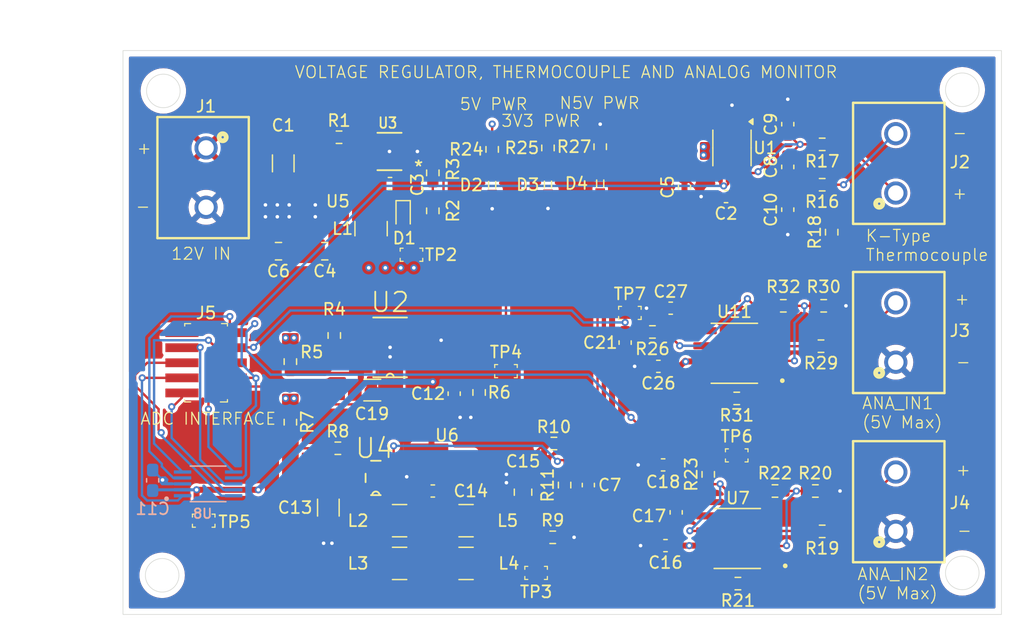
<source format=kicad_pcb>
(kicad_pcb (version 20240108) (generator "pcbnew") (generator_version "8.0")
  (layers (0 "F.Cu" signal) (1 "In1.Cu" power "GND") (2 "In2.Cu" power "POWER") (31 "B.Cu" signal) (34 "B.Paste" user) (35 "F.Paste" user) (36 "B.SilkS" user "B.Silkscreen") (37 "F.SilkS" user "F.Silkscreen") (38 "B.Mask" user) (39 "F.Mask" user) (44 "Edge.Cuts" user))
  (net 0 "")
  (net 1 "/Input_Power/BOOST")
  (net 2 "/5V")
  (net 3 "Net-(C4-Pad2)")
  (net 4 "/Input_Power/N5V_FB")
  (net 5 "/N5V")
  (net 6 "Net-(U1-+IN)")
  (net 7 "/Input_Power/V_IN")
  (net 8 "GND")
  (net 9 "Net-(U1--IN)")
  (net 10 "/3V3")
  (net 11 "Net-(U4-VIN)")
  (net 12 "Net-(U4-SW)")
  (net 13 "/Thermocouple_conditioning/IN-")
  (net 14 "/Thermocouple_conditioning/IN+")
  (net 15 "Net-(U3-SW)")
  (net 16 "Net-(U3-*SHDN)")
  (net 17 "Net-(U3-FB)")
  (net 18 "Net-(U2-~SHDN)")
  (net 21 "Net-(C14-Pad2)")
  (net 22 "/IN4")
  (net 25 "/IN3")
  (net 26 "Net-(D2-Pad2)")
  (net 27 "Net-(D3-Pad2)")
  (net 28 "Net-(D4-Pad2)")
  (net 29 "/Analog_input/IN+")
  (net 30 "/Analog_input1/IN+")
  (net 31 "/CSn")
  (net 32 "/DIN")
  (net 33 "/IN2")
  (net 34 "/IN1")
  (net 35 "/DOUT")
  (net 36 "/SCLK")
  (net 37 "Net-(U2-IN)")
  (net 38 "Net-(U4-~SHDN)")
  (net 39 "Net-(R19-Pad2)")
  (net 40 "Net-(R20-Pad2)")
  (net 41 "Net-(R21-Pad2)")
  (net 42 "/Analog_input1/OFFSET")
  (net 43 "Net-(R22-Pad2)")
  (net 44 "Net-(R26-Pad1)")
  (net 45 "Net-(R29-Pad2)")
  (net 46 "Net-(R30-Pad2)")
  (net 47 "/Analog_input/OFFSET")
  (net 48 "Net-(R31-Pad2)")
  (footprint "Capacitor_SMD:C_0603_1608Metric_Pad1.08x0.95mm_HandSolder" (layer "F.Cu") (at 116.1375 71.7 180)
    (property "Reference" "C27")
    (property "Value" "0.1uF")
  )
  (footprint "Capacitor_SMD:C_0805_2012Metric_Pad1.18x1.45mm_HandSolder" (layer "F.Cu") (at 103.7 87.2 90)
    (property "Reference" "C15")
    (property "Value" "22uF")
  )
  (footprint "Capacitor_SMD:C_1206_3216Metric" (layer "F.Cu") (at 83.5 59.5 -90)
    (property "Reference" "C1")
    (property "Value" "2.2uF")
  )
  (footprint "Resistor_SMD:R_0603_1608Metric" (layer "F.Cu") (at 88.2 57.3 180)
    (property "Reference" "R1")
    (property "Value" "1k")
  )
  (footprint "Resistor_SMD:R_0603_1608Metric" (layer "F.Cu") (at 121.7 79.3 180)
    (property "Reference" "R31")
    (property "Value" "1k")
  )
  (footprint "691137710002:691137710002" (layer "F.Cu") (at 135.1 59.5 90)
    (property "Reference" "J2")
    (property "Value" "691137710002")
    (property "VALUE" "691137710002" (hide yes))
  )
  (footprint "LT1121IS8-3.3_PBF:SOIC127P600X175-8N" (layer "F.Cu") (at 92.5 75 180)
    (property "Reference" "U2")
    (property "Value" "LT1121IS8-3.3_PBF")
  )
  (footprint "OP07CD:SOIC127P599X175-8N" (layer "F.Cu") (at 121.5 75.5 180)
    (property "Reference" "U11")
    (property "Value" "OP07CD")
  )
  (footprint "Resistor_SMD:R_0603_1608Metric" (layer "F.Cu") (at 129.7 65.3 90)
    (property "Reference" "R18")
    (property "Value" "1Meg")
  )
  (footprint "Resistor_SMD:R_0603_1608Metric" (layer "F.Cu") (at 114.6 73.7 180)
    (property "Reference" "R26")
    (property "Value" "100R")
  )
  (footprint "digikey-footprints:PinHeader_2x5_P1.27_SMD" (layer "F.Cu") (at 77 76.3 90)
    (property "Reference" "J5")
    (property "Value" "FTSH-105-01-F-DV-K")
  )
  (footprint "Capacitor_SMD:C_0603_1608Metric_Pad1.08x0.95mm_HandSolder" (layer "F.Cu") (at 97.9 78.9 -90)
    (property "Reference" "C12")
    (property "Value" "1uF")
  )
  (footprint "Inductor_SMD:L_1210_3225Metric_Pad1.42x2.65mm_HandSolder" (layer "F.Cu") (at 90.9 65 -90)
    (property "Reference" "L1")
    (property "Value" "22uH")
  )
  (footprint "Capacitor_SMD:C_0603_1608Metric_Pad1.08x0.95mm_HandSolder" (layer "F.Cu") (at 115.1 76.6 180)
    (property "Reference" "C26")
    (property "Value" "0.1uF")
  )
  (footprint "LT1931AIS5_TRMPBF:SOT95P280X100-5N" (layer "F.Cu") (at 91.3 86 180)
    (property "Reference" "U4")
    (property "Value" "LT1931AIS5_TRMPBF")
  )
  (footprint "Capacitor_SMD:C_0603_1608Metric_Pad1.08x0.95mm_HandSolder" (layer "F.Cu") (at 120.8 62.3 180)
    (property "Reference" "C2")
    (property "Value" "0.1uF")
  )
  (footprint "digikey-footprints:PROBE_PAD_0603" (layer "F.Cu") (at 102.2618 77)
    (property "Reference" "TP4")
    (property "Value" "RCU-0C")
  )
  (footprint "Resistor_SMD:R_0603_1608Metric" (layer "F.Cu") (at 84.1 81.3 -90)
    (property "Reference" "R7")
    (property "Value" "0R")
  )
  (footprint "digikey-footprints:0603" (layer "F.Cu") (at 105.8 61.3 90)
    (property "Reference" "D3")
    (property "Value" "LG_L29K-G2J1-24-Z")
  )
  (footprint "digikey-footprints:PROBE_PAD_0603" (layer "F.Cu") (at 76.8 89.6)
    (property "Reference" "TP5")
    (property "Value" "RCU-0C")
  )
  (footprint "Resistor_SMD:R_0603_1608Metric" (layer "F.Cu") (at 128.9 57.9 180)
    (property "Reference" "R17")
    (property "Value" "100R")
  )
  (footprint "Resistor_SMD:R_0603_1608Metric" (layer "F.Cu") (at 96.1 63.5 90)
    (property "Reference" "R2")
    (property "Value" "30.1k")
  )
  (footprint "Resistor_SMD:R_0603_1608Metric" (layer "F.Cu") (at 88.1 83.5)
    (property "Reference" "R8")
    (property "Value" "1k")
  )
  (footprint "Inductor_SMD:L_1210_3225Metric_Pad1.42x2.65mm_HandSolder" (layer "F.Cu") (at 93.3 89.6)
    (property "Reference" "L2")
    (property "Value" "22uH")
  )
  (footprint "digikey-footprints:PROBE_PAD_0603" (layer "F.Cu") (at 112.7 72.1)
    (property "Reference" "TP7")
    (property "Value" "RCU-0C")
  )
  (footprint "Capacitor_SMD:C_0805_2012Metric_Pad1.18x1.45mm_HandSolder" (layer "F.Cu") (at 83.1 66.9 180)
    (property "Reference" "C6")
    (property "Value" "22uF")
  )
  (footprint "OP07CD:SOIC127P599X175-8N" (layer "F.Cu") (at 121.745 91.1 180)
    (property "Reference" "U7")
    (property "Value" "OP07CD")
  )
  (footprint "digikey-footprints:0603" (layer "F.Cu") (at 110.2 61.2 90)
    (property "Reference" "D4")
    (property "Value" "LG_L29K-G2J1-24-Z")
  )
  (footprint "Resistor_SMD:R_0603_1608Metric" (layer "F.Cu") (at 105.8 58.2 -90)
    (property "Reference" "R25")
    (property "Value" "1k")
  )
  (footprint "Capacitor_SMD:C_0603_1608Metric_Pad1.08x0.95mm_HandSolder" (layer "F.Cu") (at 112.3 74.6 -90)
    (property "Reference" "C21")
    (property "Value" "0.1uF")
  )
  (footprint "Capacitor_SMD:C_0603_1608Metric_Pad1.08x0.95mm_HandSolder" (layer "F.Cu") (at 92.493 61.2 180)
    (property "Reference" "C3")
    (property "Value" "0.1uF")
  )
  (footprint "Inductor_SMD:L_1210_3225Metric_Pad1.42x2.65mm_HandSolder" (layer "F.Cu") (at 98.9 93.2)
    (property "Reference" "L4")
    (property "Value" "22uH")
  )
  (footprint "Resistor_SMD:R_0603_1608Metric" (layer "F.Cu") (at 106.3 83.1 180)
    (property "Reference" "R10")
    (property "Value" "10k")
  )
  (footprint "Diode_SMD:D_SOD-523" (layer "F.Cu") (at 93.6 63.9 -90)
    (property "Reference" "D1")
    (property "Value" "1N4148")
  )
  (footprint "MBRM140T3G:DIO_MBRM110LT1G" (layer "F.Cu") (at 97.225 84.6)
    (property "Reference" "U6")
    (property "Value" "MBRM140T3G")
  )
  (footprint "Capacitor_SMD:C_1206_3216Metric" (layer "F.Cu") (at 91 78.6)
    (property "Reference" "C19")
    (property "Value" "2.2uF")
  )
  (footprint "Package_SO:MSOP-8_3x3mm_P0.65mm" (layer "F.Cu") (at 121.3 58.2 -90)
    (property "Reference" "U1")
    (property "Value" "AD8495")
  )
  (footprint "Resistor_SMD:R_0603_1608Metric" (layer "F.Cu") (at 125.625 71.5 180)
    (property "Reference" "R32")
    (property "Value" "6.65k")
  )
  (footprint "Capacitor_SMD:C_0603_1608Metric_Pad1.08x0.95mm_HandSolder" (layer "F.Cu") (at 126 56.2 90)
    (property "Reference" "C9")
    (property "Value" "0.1uF")
  )
  (footprint "Capacitor_SMD:C_0603_1608Metric_Pad1.08x0.95mm_HandSolder" (layer "F.Cu") (at 126 59.8 90)
    (property "Reference" "C8")
    (property "Value" "0.1uF")
  )
  (footprint "Resistor_SMD:R_0603_1608Metric" (layer "F.Cu") (at 106.2 91)
    (property "Reference" "R9")
    (property "Value" "1k")
  )
  (footprint "Resistor_SMD:R_0603_1608Metric" (layer "F.Cu") (at 128.9 61.3 180)
    (property "Reference" "R16")
    (property "Value" "100R")
  )
  (footprint "Resistor_SMD:R_0603_1608Metric" (layer "F.Cu") (at 110.2 58.1 -90)
    (property "Reference" "R27")
    (property "Value" "1k")
  )
  (footprint "Resistor_SMD:R_0603_1608Metric" (layer "F.Cu") (at 119.3 85.7 90)
    (property "Reference" "R23")
    (property "Value" "100R")
  )
  (footprint "Inductor_SMD:L_1210_3225Metric_Pad1.42x2.65mm_HandSolder" (layer "F.Cu") (at 98.9 89.6)
    (property "Reference" "L5")
    (property "Value" "22uH")
  )
  (footprint "Capacitor_SMD:C_1206_3216Metric_Pad1.33x1.80mm_HandSolder" (layer "F.Cu") (at 87.3 88.5 -90)
    (property "Reference" "C13")
    (property "Value" "4.7uF")
  )
  (footprint "Resistor_SMD:R_0603_1608Metric" (layer "F.Cu") (at 124.925 87.1 180)
    (property "Reference" "R22")
    (property "Value" "6.65k")
  )
  (footprint "Resistor_SMD:R_0603_1608Metric" (layer "F.Cu") (at 107.2 86.6 90)
    (property "Reference" "R11")
    (property "Value" "30.1k")
  )
  (footprint "MBRM140T3G:DIO_MBRM110LT1G" (layer "F.Cu") (at 87.565 60.4 180)
    (property "Reference" "U5")
    (property "Value" "MBRM140T3G")
  )
  (footprint "digikey-footprints:0603" (layer "F.Cu") (at 101.1 61.325 90)
    (property "Reference" "D2")
    (property "Value" "LG_L29K-G2J1-24-Z")
  )
  (footprint "Resistor_SMD:R_0603_1608Metric" (layer "F.Cu") (at 129.025 71.5 180)
    (property "Reference" "R30")
    (property "Value" "10k")
  )
  (footprint "691137710002:691137710002" (layer "F.Cu") (at 77 60.7 -90)
    (property "Reference" "J1")
    (property "Value" "691137710002")
    (property "VALUE" "691137710002" (hide yes))
  )
  (footprint "691137710002:691137710002" (layer "F.Cu") (at 135.1 88 90)
    (property "Reference" "J4")
    (property "Value" "691137710002")
    (property "VALUE" "691137710002" (hide yes))
  )
  (footprint "Capacitor_SMD:C_0603_1608Metric_Pad1.08x0.95mm_HandSolder" (layer "F.Cu") (at 117.3 61.5 90)
    (property "Reference" "C5")
    (property "Value" "0.1uF")
  )
  (footprint "Resistor_SMD:R_0603_1608Metric" (layer "F.Cu") (at 121.8 94.9 180)
    (property "Reference" "R21")
    (property "Value" "1k")
  )
  (footprint "Capacitor_SMD:C_0603_1608Metric_Pad1.08x0.95mm_HandSolder" (layer "F.Cu") (at 115.5 84.9 180)
    (property "Reference" "C18")
    (property "Value" "0.1uF")
  )
  (footprint "digikey-footprints:PROBE_PAD_0603" (layer "F.Cu") (at 94.3 67.2)
    (property "Reference" "TP2")
    (property "Value" "RCU-0C")
  )
  (footprint "Resistor_SMD:R_0603_1608Metric" (layer "F.Cu") (at 128.8 74.9 180)
    (property "Reference" "R29")
    (property "Value" "100R")
  )
  (footprint "LT1933IS6_TRPBF:TSOT-23_S6" (layer "F.Cu") (at 92.45 58.5 180)
    (property "Reference" "U3")
    (property "Value" "LT1933IS6_TRPBF")
  )
  (footprint "Resistor_SMD:R_0603_1608Metric" (layer "F.Cu") (at 84.1 76.2 -90)
    (property "Reference" "R5")
    (property "Value" "0R")
  )
  (footprint "Capacitor_SMD:C_0603_1608Metric_Pad1.08x0.95mm_HandSolder" (layer "F.Cu") (at 116.6 88.9 -90)
    (property "Reference" "C17")
    (property "Value" "0.1uF")
  )
  (footprint "Resistor_SMD:R_0603_1608Metric" (layer "F.Cu") (at 96.1 60.3 90)
    (property "Reference" "R3")
    (property "Value" "10k")
  )
  (footprint "digikey-footprints:PROBE_PAD_0603" (layer "F.Cu") (at 121.7 84.1)
    (property "Reference" "TP6")
    (property "Value" "RCU-0C")
  )
  (footprint "Capacitor_SMD:C_0603_1608Metric_Pad1.08x0.95mm_HandSolder" (layer "F.Cu") (at 109.2 86.6 90)
    (property "Reference" "C7")
    (property "Value" "220pF")
  )
  (footprint "Capacitor_SMD:C_0603_1608Metric_Pad1.08x0.95mm_HandSolder" (layer "F.Cu") (at 96.1 87.1)
    (property "Reference" "C14")
    (property "Value" "1uF")
  )
  (footprint "691137710002:691137710002" (layer "F.Cu") (at 135.1 73.75 90)
    (property "Reference" "J3")
    (property "Value" "691137710002")
    (property "VALUE" "691137710002" (hide yes))
  )
  (footprint "Capacitor_SMD:C_0603_1608Metric_Pad1.08x0.95mm_HandSolder" (layer "F.Cu") (at 115.7 91.7 180)
    (property "Reference" "C16")
    (property "Value" "0.1uF")
  )
  (footprint "Capacitor_SMD:C_0805_2012Metric_Pad1.18x1.45mm_HandSolder" (layer "F.Cu") (at 87 66.9 180)
    (property "Reference" "C4")
    (property "Value" "22uF")
  )
  (footprint "Resistor_SMD:R_0603_1608Metric" (layer "F.Cu") (at 128.325 87.1 180)
    (property "Reference" "R20")
    (property "Value" "10k")
  )
  (footprint "Resistor_SMD:R_0603_1608Metric" (layer "F.Cu") (at 101.1 58.325 -90)
    (property "Reference" "R24")
    (property "Value" "1k")
  )
  (footprint "Resistor_SMD:R_0603_1608Metric" (layer "F.Cu") (at 87.8 74 -90)
    (property "Reference" "R4")
    (property "Value" "1k")
  )
  (footprint "Inductor_SMD:L_1210_3225Metric_Pad1.42x2.65mm_HandSolder" (layer "F.Cu") (at 93.3 93.2)
    (property "Reference" "L3")
    (property "Value" "22uH")
  )
  (footprint "Resistor_SMD:R_0603_1608Metric" (layer "F.Cu") (at 128.9 90.5 180)
    (property "Reference" "R19")
    (property "Value" "100R")
  )
  (footprint "Resistor_SMD:R_0603_1608Metric" (layer "F.Cu") (at 100 78.8 -90)
    (property "Reference" "R6")
    (property "Value" "1k")
  )
  (footprint "Capacitor_SMD:C_0603_1608Metric_Pad1.08x0.95mm_HandSolder" (layer "F.Cu") (at 126 63.4 90)
    (property "Reference" "C10")
    (property "Value" "0.1uF")
  )
  (footprint "digikey-footprints:PROBE_PAD_0603" (layer "F.Cu") (at 104.8 94)
    (property "Reference" "TP3")
    (property "Value" "RCU-0C")
  )
  (footprint "Capacitor_SMD:C_0603_1608Metric_Pad1.08x0.95mm_HandSolder" (layer "B.Cu") (at 72.5 86.2 90)
    (property "Reference" "C11")
    (property "Value" "1uF")
  )
  (footprint "ADC084S021CIMM:SOP50P490X110-10N" (layer "B.Cu") (at 77.17 86.5)
    (property "Reference" "U8")
    (property "Value" "ADC084S021CIMM")
  )
  (gr_circle (center 73.4 53.4) (end 74.4 54.4) (stroke (width 0.05)) (fill none) (layer "Edge.Cuts"))
  (gr_circle (center 140.7 53.3) (end 141.7 54.3) (stroke (width 0.05)) (fill none) (layer "Edge.Cuts"))
  (gr_rect (start 70 50) (end 144 97.5) (stroke (width 0.05)) (fill none) (layer "Edge.Cuts"))
  (gr_circle (center 73.3 94.2) (end 74.3 95.2) (stroke (width 0.05)) (fill none) (layer "Edge.Cuts"))
  (gr_circle (center 140.7 94) (end 141.7 95) (stroke (width 0.05)) (fill none) (layer "Edge.Cuts"))
  (gr_text "-" (at 139.8 57.5 0) (layer "F.SilkS") (effects (font (size 1 1) (thickness 0.1)) (justify left bottom)))
  (gr_text "ANA_IN2\n(5V Max)" (at 131.8 96.3 0) (layer "F.SilkS") (effects (font (size 1 1) (thickness 0.1)) (justify left bottom)))
  (gr_text "+" (at 140 71.5 0) (layer "F.SilkS") (effects (font (size 1 1) (thickness 0.1)) (justify left bottom)))
  (gr_text "N5V PWR\n\n" (at 106.7 56.6125 0) (layer "F.SilkS") (effects (font (size 1 1) (thickness 0.1)) (justify left bottom)))
  (gr_text "-" (at 71 63.7 0) (layer "F.SilkS") (effects (font (size 1 1) (thickness 0.1)) (justify left bottom)))
  (gr_text "+" (at 140.1 85.9 0) (layer "F.SilkS") (effects (font (size 1 1) (thickness 0.1)) (justify left bottom)))
  (gr_text "+" (at 139.8 62.6 0) (layer "F.SilkS") (effects (font (size 1 1) (thickness 0.1)) (justify left bottom)))
  (gr_text "-" (at 140.2 91 0) (layer "F.SilkS") (effects (font (size 1 1) (thickness 0.1)) (justify left bottom)))
  (gr_text "+" (at 71.1 58.8 0) (layer "F.SilkS") (effects (font (size 1 1) (thickness 0.1)) (justify left bottom)))
  (gr_text "VOLTAGE REGULATOR, THERMOCOUPLE AND ANALOG MONITOR" (at 84.4 52.4 0) (layer "F.SilkS") (effects (font (size 1 1) (thickness 0.1)) (justify left bottom)))
  (gr_text "5V PWR\n" (at 98.3 55.1 0) (layer "F.SilkS") (effects (font (size 1 1) (thickness 0.1)) (justify left bottom)))
  (gr_text "K-Type\nThermocouple" (at 132.5 67.8 0) (layer "F.SilkS") (effects (font (size 1 1) (thickness 0.1)) (justify left bottom)))
  (gr_text "3V3 PWR\n\n" (at 101.8 58.1125 0) (layer "F.SilkS") (effects (font (size 1 1) (thickness 0.1)) (justify left bottom)))
  (gr_text "-" (at 140.1 76.8 0) (layer "F.SilkS") (effects (font (size 1 1) (thickness 0.1)) (justify left bottom)))
  (gr_text "ADC INTERFACE" (at 71.4 81.6 0) (layer "F.SilkS") (effects (font (size 1 1) (thickness 0.1)) (justify left bottom)))
  (gr_text "ANA_IN1\n(5V Max)" (at 132.2 81.9 0) (layer "F.SilkS") (effects (font (size 1 1) (thickness 0.1)) (justify left bottom)))
  (gr_text "12V IN" (at 74 67.7 0) (layer "F.SilkS") (effects (font (size 1 1) (thickness 0.1)) (justify left bottom)))
  (segment (start 95.225 65.2) (end 94.8 65.2) (width 0.2) (layer "F.Cu") (net 2))
  (segment (start 101.1 57.5) (end 101.1 56.1875) (width 0.2) (layer "F.Cu") (net 2))
  (segment (start 121.625 62.2625) (end 121.6625 62.3) (width 0.2) (layer "F.Cu") (net 2))
  (segment (start 117.365 76.135) (end 116.9 76.6) (width 0.508) (layer "F.Cu") (net 2))
  (segment (start 116.5625 91.7) (end 117.7 91.7) (width 0.508) (layer "F.Cu") (net 2))
  (segment (start 121.625 60.3125) (end 121.625 62.2625) (width 0.2) (layer "F.Cu") (net 2))
  (segment (start 119.03 76.135) (end 117.4 76.2) (width 0.508) (layer "F.Cu") (net 2))
  (segment (start 96.1 64.325) (end 95.225 65.2) (width 0.2) (layer "F.Cu") (net 2))
  (segment (start 115.9625 76.6) (end 116.1 76.6) (width 0.2) (layer "F.Cu") (net 2))
  (segment (start 117.7 91.7) (end 119.24 91.7) (width 0.508) (layer "F.Cu") (net 2))
  (segment (start 116.9 76.6) (end 115.9625 76.6) (width 0.508) (layer "F.Cu") (net 2))
  (segment (start 94.8 65.2) (end 94.6 65) (width 0.2) (layer "F.Cu") (net 2))
  (segment (start 119.24 91.7) (end 119.275 91.735) (width 0.2) (layer "F.Cu") (net 2))
  (segment (start 94.6 65) (end 94.6 64.7) (width 0.2) (layer "F.Cu") (net 2))
  (segment (start 117.4 76.2) (end 117.365 76.135) (width 0.508) (layer "F.Cu") (net 2))
  (via (at 118.9 58.8) (size 0.6) (drill 0.3) (layers "F.Cu" "B.Cu") (net 2))
  (via (at 84.4 74.2) (size 0.6) (drill 0.3) (layers "F.Cu" "B.Cu") (net 2))
  (via (at 118.9 58.1) (size 0.6) (drill 0.3) (layers "F.Cu" "B.Cu") (net 2))
  (via (at 83.7 74.2) (size 0.6) (drill 0.3) (layers "F.Cu" "B.Cu") (net 2))
  (via (at 83.7 79.3) (size 0.6) (drill 0.3) (layers "F.Cu" "B.Cu") (net 2))
  (via (at 94.5 68.3) (size 0.6) (drill 0.3) (layers "F.Cu" "B.Cu") (net 2))
  (via (at 117.4 76.2) (size 0.6) (drill 0.3) (layers "F.Cu" "B.Cu") (net 2))
  (via (at 101.1 56.1875) (size 0.6) (drill 0.3) (layers "F.Cu" "B.Cu") (net 2))
  (via (at 93.4 68.3) (size 0.6) (drill 0.3) (layers "F.Cu" "B.Cu") (net 2))
  (via (at 92.1 68.3) (size 0.6) (drill 0.3) (layers "F.Cu" "B.Cu") (net 2))
  (via (at 84.4 79.3) (size 0.6) (drill 0.3) (layers "F.Cu" "B.Cu") (net 2))
  (via (at 117.7 91.7) (size 0.6) (drill 0.3) (layers "F.Cu" "B.Cu") (net 2))
  (via (at 90.7 68.3) (size 0.6) (drill 0.3) (layers "F.Cu" "B.Cu") (net 2))
  (segment (start 107.2 83.425) (end 107.2 84.5) (width 0.2) (layer "F.Cu") (net 4))
  (segment (start 107.2 84.5) (end 106.7 84.5) (width 0.2) (layer "F.Cu") (net 4))
  (segment (start 92.5192 85.0602) (end 92.8 84.7794) (width 0.2) (layer "F.Cu") (net 4))
  (segment (start 106.7 84.5) (end 106.6 84.6) (width 0.2) (layer "F.Cu") (net 4))
  (segment (start 107.2625 85.7375) (end 109.2 85.7375) (width 0.2) (layer "F.Cu") (net 4))
  (segment (start 107.2 84.5) (end 107.2 85.775) (width 0.2) (layer "F.Cu") (net 4))
  (segment (start 107.225 85.775) (end 107.2625 85.7375) (width 0.2) (layer "F.Cu") (net 4))
  (segment (start 92.8 84.7794) (end 92.8 83.3) (width 0.2) (layer "F.Cu") (net 4))
  (segment (start 107.2 85.775) (end 107.225 85.775) (width 0.2) (layer "F.Cu") (net 4))
  (via (at 106.6 84.6) (size 0.6) (drill 0.3) (layers "F.Cu" "B.Cu") (net 4))
  (via (at 92.8 83.3) (size 0.6) (drill 0.3) (layers "F.Cu" "B.Cu") (net 4))
  (segment (start 92.8 83.3) (end 105.3 83.3) (width 0.2) (layer "B.Cu") (net 4))
  (segment (start 105.3 83.3) (end 106.6 84.6) (width 0.2) (layer "B.Cu") (net 4))
  (segment (start 106.3875 88.2375) (end 107.2 87.425) (width 0.2) (layer "F.Cu") (net 5))
  (segment (start 122.075 71.7) (end 117 71.7) (width 0.508) (layer "F.Cu") (net 5))
  (segment (start 110.2 64.3) (end 109.975 64.525) (width 0.2) (layer "F.Cu") (net 5))
  (segment (start 123.97 73.595) (end 122.075 71.7) (width 0.508) (layer "F.Cu") (net 5))
  (segment (start 110.2 61.9) (end 110.1125 61.9) (width 0.2) (layer "F.Cu") (net 5))
  (segment (start 120.4 88) (end 120.3625 88.0375) (width 0.2) (layer "F.Cu") (net 5))
  (segment (start 124.215 89.195) (end 121.595 89.195) (width 0.508) (layer "F.Cu") (net 5))
  (segment (start 117 71.7) (end 116.071 70.771) (width 0.508) (layer "F.Cu") (net 5))
  (segment (start 112.5625 88.0375) (end 111.2 89.4) (width 0.508) (layer "F.Cu") (net 5))
  (segment (start 107.2 87.425) (end 109.1625 87.425) (width 0.2) (layer "F.Cu") (net 5))
  (segment (start 109.1625 87.425) (end 109.2 87.4625) (width 0.2) (layer "F.Cu") (net 5))
  (segment (start 116.071 70.771) (end 111.229 70.771) (width 0.508) (layer "F.Cu") (net 5))
  (segment (start 116.6 88.0375) (end 112.5625 88.0375) (width 0.508) (layer "F.Cu") (net 5))
  (segment (start 111.229 70.771) (end 111.2 70.8) (width 0.508) (layer "F.Cu") (net 5))
  (segment (start 111.2 70.8) (end 111.2 89.4) (width 0.508) (layer "F.Cu") (net 5))
  (segment (start 110.2 61.9) (end 110.2 64.3) (width 0.2) (layer "F.Cu") (net 5))
  (segment (start 120.3625 88.0375) (end 116.6 88.0375) (width 0.508) (layer "F.Cu") (net 5))
  (segment (start 103.7 88.2375) (end 106.3875 88.2375) (width 0.2) (layer "F.Cu") (net 5))
  (segment (start 109.975 64.525) (end 109.975 86.6875) (width 0.2) (layer "F.Cu") (net 5))
  (segment (start 111.2 89.4) (end 111.1 89.5) (width 0.2) (layer "F.Cu") (net 5))
  (segment (start 121.595 89.195) (end 120.4 88) (width 0.508) (layer "F.Cu") (net 5))
  (segment (start 109.975 86.6875) (end 109.2 87.4625) (width 0.2) (layer "F.Cu") (net 5))
  (segment (start 127.0375 57.9) (end 126 58.9375) (width 0.2) (layer "F.Cu") (net 6))
  (segment (start 126.9 57.9) (end 128.075 57.9) (width 0.2) (layer "F.Cu") (net 6))
  (segment (start 128.075 57.9) (end 127.0375 57.9) (width 0.2) (layer "F.Cu") (net 6))
  (segment (start 126 57.0625) (end 126.0625 57.0625) (width 0.2) (layer "F.Cu") (net 6))
  (segment (start 122.275 60.3125) (end 123.3875 60.3125) (width 0.2) (layer "F.Cu") (net 6))
  (segment (start 126.0625 57.0625) (end 126.9 57.9) (width 0.2) (layer "F.Cu") (net 6))
  (segment (start 123.3875 60.3125) (end 123.5 60.2) (width 0.2) (layer "F.Cu") (net 6))
  (via (at 123.5 60.2) (size 0.6) (drill 0.3) (layers "F.Cu" "B.Cu") (net 6))
  (via (at 127.0375 57.9) (size 0.6) (drill 0.3) (layers "F.Cu" "B.Cu") (net 6))
  (segment (start 127.0375 57.9) (end 125.8 57.9) (width 0.2) (layer "B.Cu") (net 6))
  (segment (start 125.8 57.9) (end 123.5 60.2) (width 0.2) (layer "B.Cu") (net 6))
  (segment (start 91.307 58.5) (end 89.9 58.5) (width 0.508) (layer "F.Cu") (net 7))
  (segment (start 87.375 57.3) (end 86.8 57.875) (width 0.2) (layer "F.Cu") (net 7))
  (segment (start 86.8 57.875) (end 86.8 58.4) (width 0.2) (layer "F.Cu") (net 7))
  (segment (start 115.275 71.7) (end 114.1 71.7) (width 0.508) (layer "F.Cu") (net 8))
  (segment (start 114.2375 76.6) (end 113.1 76.6) (width 0.508) (layer "F.Cu") (net 8))
  (segment (start 96.1 59.475) (end 96.1 58.5) (width 0.2) (layer "F.Cu") (net 8))
  (segment (start 101.1 63.325) (end 101.1 62.025) (width 0.2) (layer "F.Cu") (net 8))
  (segment (start 126.625 66.125) (end 126 65.5) (width 0.2) (layer "F.Cu") (net 8))
  (segment (start 126 55.3375) (end 126 54.1) (width 0.2) (layer "F.Cu") (net 8))
  (segment (start 115.5375 89.7625) (end 113.6 91.7) (width 0.2) (layer "F.Cu") (net 8))
  (segment (start 112.3 75.4625) (end 112.3 75.8) (width 0.2) (layer "F.Cu") (net 8))
  (segment (start 105.5 83.1) (end 103.7 84.9) (width 0.2) (layer "F.Cu") (net 8))
  (segment (start 81.825 66.9) (end 74.965 73.76) (width 0.2) (layer "F.Cu") (net 8))
  (segment (start 112.3 75.8) (end 113.1 76.6) (width 0.2) (layer "F.Cu") (net 8))
  (segment (start 105.8 63.3) (end 105.8 62) (width 0.2) (layer "F.Cu") (net 8))
  (segment (start 114.8375 91.7) (end 113.6 91.7) (width 0.508) (layer "F.Cu") (net 8))
  (segment (start 105.475 83.1) (end 105.5 83.1) (width 0.2) (layer "F.Cu") (net 8))
  (segment (start 129.7 66.125) (end 126.625 66.125) (width 0.2) (layer "F.Cu") (net 8))
  (segment (start 107.025 91) (end 108 91) (width 0.2) (layer "F.Cu") (net 8))
  (segment (start 116.6 89.7625) (end 115.5375 89.7625) (width 0.2) (layer "F.Cu") (net 8))
  (segment (start 82.0625 66.9) (end 81.825 66.9) (width 0.2) (layer "F.Cu") (net 8))
  (segment (start 118.6375 62.3625) (end 118.7 62.3) (width 0.2) (layer "F.Cu") (net 8))
  (segment (start 117.3 60.6375) (end 118.7 62.0375) (width 0.2) (layer "F.Cu") (net 8))
  (segment (start 118.7 62.0375) (end 118.7 62.3) (width 0.2) (layer "F.Cu") (net 8))
  (segment (start 103.7 84.9) (end 103.7 86.1625) (width 0.2) (layer "F.Cu") (net 8))
  (segment (start 113.4 84.9) (end 114.6375 84.9) (width 0.2) (layer "F.Cu") (net 8))
  (segment (start 114.8375 91.7) (end 114.7 91.7) (width 0.2) (layer "F.Cu") (net 8))
  (segment (start 110.2 56.2) (end 110.2 57.275) (width 0.2) (layer "F.Cu") (net 8))
  (segment (start 129.85 71.5) (end 130.9 71.5) (width 0.2) (layer "F.Cu") (net 8))
  (segment (start 117.3 62.3625) (end 118.6375 62.3625) (width 0.2) (layer "F.Cu") (net 8))
  (segment (start 130.4 87.1) (end 129.15 87.1) (width 0.2) (layer "F.Cu") (net 8))
  (segment (start 118.7 62.3) (end 119.9375 62.3) (width 0.2) (layer "F.Cu") (net 8))
  (segment (start 126 65.5) (end 126 64.2625) (width 0.2) (layer "F.Cu") (net 8))
  (via (at 93.9 85.9) (size 0.6) (drill 0.3) (layers "F.Cu" "B.Cu") (net 8))
  (via (at 113.6 91.7) (size 0.6) (drill 0.3) (layers "F.Cu" "B.Cu") (net 8))
  (via (at 86.2 63) (size 0.6) (drill 0.3) (layers "F.Cu" "B.Cu") (net 8))
  (via (at 113.4 84.9) (size 0.6) (drill 0.3) (layers "F.Cu" "B.Cu") (net 8))
  (via (at 108 91) (size 0.6) (drill 0.3) (layers "F.Cu" "B.Cu") (net 8))
  (via (at 98.4 80.9) (size 0.6) (drill 0.3) (layers "F.Cu" "B.Cu") (net 8))
  (via (at 82 64) (size 0.6) (drill 0.3) (layers "F.Cu" "B.Cu") (net 8))
  (via (at 99.3 80.9) (size 0.6) (drill 0.3) (layers "F.Cu" "B.Cu") (net 8))
  (via (at 82 63) (size 0.6) (drill 0.3) (layers "F.Cu" "B.Cu") (net 8))
  (via (at 102.3 86.4) (size 0.6) (drill 0.3) (layers "F.Cu" "B.Cu") (net 8))
  (via (at 113.1 76.6) (size 0.6) (drill 0.3) (layers "F.Cu" "B.Cu") (net 8))
  (via (at 86.2 64) (size 0.6) (drill 0.3) (layers "F.Cu" "B.Cu") (net 8))
  (via (at 114.1 71.7) (size 0.6) (drill 0.3) (layers "F.Cu" "B.Cu") (net 8))
  (via (at 126 54.1) (size 0.6) (drill 0.3) (layers "F.Cu" "B.Cu") (net 8))
  (via (at 96.8 74.4) (size 0.6) (drill 0.3) (layers "F.Cu" "B.Cu") (net 8))
  (via (at 94.8 58.5) (size 0.6) (drill 0.3) (layers "F.Cu" "B.Cu") (net 8))
  (via (at 92.45 58.5) (size 0.6) (drill 0.3) (layers "F.Cu" "B.Cu") (net 8))
  (via (at 130.9 71.5) (size 0.6) (drill 0.3) (layers "F.Cu" "B.Cu") (net 8))
  (via (at 83 63) (size 0.6) (drill 0.3) (layers "F.Cu" "B.Cu") (net 8))
  (via (at 121.3 54.6) (size 0.6) (drill 0.3) (layers "F.Cu" "B.Cu") (net 8))
  (via (at 130.4 87.1) (size 0.6) (drill 0.3) (layers "F.Cu" "B.Cu") (net 8))
  (via (at 92.5 75) (size 0.6) (drill 0.3) (layers "F.Cu" "B.Cu") (net 8))
  (via (at 102.3 85.7) (size 0.6) (drill 0.3) (layers "F.Cu" "B.Cu") (net 8))
  (via (at 110.2 56.2) (size 0.6) (drill 0.3) (layers "F.Cu" "B.Cu") (net 8))
  (via (at 105.8 63.3) (size 0.6) (drill 0.3) (layers "F.Cu" "B.Cu") (net 8))
  (via (at 118.7 62.3) (size 0.6) (drill 0.3) (layers "F.Cu" "B.Cu") (net 8))
  (via (at 84 64) (size 0.6) (drill 0.3) (layers "F.Cu" "B.Cu") (net 8))
  (via (at 101.1 63.325) (size 0.6) (drill 0.3) (layers "F.Cu" "B.Cu") (net 8))
  (via (at 84 63) (size 0.6) (drill 0.3) (layers "F.Cu" "B.Cu") (net 8))
  (via (at 126 65.5) (size 0.6) (drill 0.3) (layers "F.Cu" "B.Cu") (net 8))
  (via (at 73.33125 86.16875) (size 0.6) (drill 0.3) (layers "F.Cu" "B.Cu") (net 8))
  (via (at 92.5 75.8) (size 0.6) (drill 0.3) (layers "F.Cu" "B.Cu") (net 8))
  (via (at 83 64) (size 0.6) (drill 0.3) (layers "F.Cu" "B.Cu") (net 8))
  (via (at 87.6 91.5) (size 0.6) (drill 0.3) (layers "F.Cu" "B.Cu") (net 8))
  (via (at 86.9 91.5) (size 0.6) (drill 0.3) (layers "F.Cu" "B.Cu") (net 8))
  (segment (start 73.33125 86.16875) (end 73.6625 86.5) (width 0.2) (layer "B.Cu") (net 8))
  (segment (start 135.1 90.5) (end 135.1 89.9) (width 0.2) (layer "B.Cu") (net 8))
  (segment (start 73.33125 86.16875) (end 72.5 85.3375) (width 0.2) (layer "B.Cu") (net 8))
  (segment (start 73.6625 86.5) (end 75.02 86.5) (width 0.2) (layer "B.Cu") (net 8))
  (segment (start 127.4375 60.6625) (end 128.075 61.3) (width 0.2) (layer "F.Cu") (net 9))
  (segment (start 122.275 56.9375) (end 122.275 56.0875) (width 0.2) (layer "F.Cu") (net 9))
  (segment (start 126 60.6625) (end 127.4375 60.6625) (width 0.2) (layer "F.Cu") (net 9))
  (segment (start 126 60.6625) (end 122.275 56.9375) (width 0.2) (layer "F.Cu") (net 9))
  (segment (start 126 60.6625) (end 126 62.5375) (width 0.2) (layer "F.Cu") (net 9))
  (segment (start 81.4 87) (end 76.2 87) (width 0.508) (layer "F.Cu") (net 10))
  (segment (start 76.2 87) (end 76.2 89) (width 0.508) (layer "F.Cu") (net 10))
  (segment (start 102.2618 68.1382) (end 102.2618 77) (width 0.2) (layer "F.Cu") (net 10))
  (segment (start 79.575 78.3) (end 85.200648 78.3) (width 0.2) (layer "F.Cu") (net 10))
  (segment (start 105.8 57.375) (end 103.9 59.275) (width 0.2) (layer "F.Cu") (net 10))
  (segment (start 76.2 89) (end 76.8 89.6) (width 0.508) (layer "F.Cu") (net 10))
  (segment (start 79.035 78.84) (end 79.575 78.3) (width 0.2) (layer "F.Cu") (net 10))
  (segment (start 103.9 59.275) (end 103.9 66.5) (width 0.2) (layer "F.Cu") (net 10))
  (segment (start 103.9 66.5) (end 102.2618 68.1382) (width 0.2) (layer "F.Cu") (net 10))
  (segment (start 85.200648 78.3) (end 86.700648 79.8) (width 0.2) (layer "F.Cu") (net 10))
  (segment (start 94.5 79.8) (end 96.1 77.9) (width 0.2) (layer "F.Cu") (net 10))
  (segment (start 96.1 77.9) (end 96.1 78.2) (width 0.2) (layer "F.Cu") (net 10))
  (segment (start 86.700648 79.8) (end 94.5 79.8) (width 0.2) (layer "F.Cu") (net 10))
  (via (at 76.2 87) (size 0.6) (drill 0.3) (layers "F.Cu" "B.Cu") (net 10))
  (via (at 96.1 77.9) (size 0.6) (drill 0.3) (layers "F.Cu" "B.Cu") (net 10))
  (via (at 81.4 87) (size 0.6) (drill 0.3) (layers "F.Cu" "B.Cu") (net 10))
  (segment (start 72.5 87.0625) (end 72.5625 87) (width 0.2) (layer "B.Cu") (net 10))
  (segment (start 82.05 86.35) (end 81.4 87) (width 0.508) (layer "B.Cu") (net 10))
  (segment (start 96.1 77.9) (end 90.5 77.9) (width 0.508) (layer "B.Cu") (net 10))
  (segment (start 75.02 87) (end 76.2 87) (width 0.254) (layer "B.Cu") (net 10))
  (segment (start 90.5 77.9) (end 82.05 86.35) (width 0.508) (layer "B.Cu") (net 10))
  (segment (start 72.5625 87) (end 75.02 87) (width 0.254) (layer "B.Cu") (net 10))
  (segment (start 84.1 83.5) (end 87.275 83.5) (width 0.2) (layer "F.Cu") (net 11))
  (segment (start 84.1 82.125) (end 84.1 83.5) (width 0.2) (layer "F.Cu") (net 11))
  (segment (start 129.725 64.45) (end 129.7 64.475) (width 0.2) (layer "F.Cu") (net 13))
  (segment (start 129.725 61.3) (end 129.725 64.45) (width 0.2) (layer "F.Cu") (net 13))
  (segment (start 129.725 61.3) (end 130.7 61.3) (width 0.2) (layer "F.Cu") (net 13))
  (via (at 130.7 61.3) (size 0.6) (drill 0.3) (layers "F.Cu" "B.Cu") (net 13))
  (segment (start 135.1 57) (end 135.15 56.95) (width 0.2) (layer "B.Cu") (net 13))
  (segment (start 135.1 57) (end 135 57.1) (width 0.2) (layer "B.Cu") (net 13))
  (segment (start 135 57.1) (end 134.9 57.1) (width 0.2) (layer "B.Cu") (net 13))
  (segment (start 134.9 57.1) (end 130.7 61.3) (width 0.2) (layer "B.Cu") (net 13))
  (segment (start 129.725 57.9) (end 131 57.9) (width 0.2) (layer "F.Cu") (net 14))
  (segment (start 131 57.9) (end 135.1 62) (width 0.2) (layer "F.Cu") (net 14))
  (segment (start 135.1 62) (end 135 62) (width 0.2) (layer "F.Cu") (net 14))
  (segment (start 129.8 58) (end 130.05 57.75) (width 0.2) (layer "F.Cu") (net 14))
  (segment (start 129.725 57.9) (end 129.725 57.925) (width 0.2) (layer "F.Cu") (net 14))
  (segment (start 129.725 57.925) (end 129.8 58) (width 0.2) (layer "F.Cu") (net 14))
  (segment (start 89.025 57.3) (end 91.057 57.3) (width 0.2) (layer "F.Cu") (net 16))
  (segment (start 91.057 57.3) (end 91.307 57.55) (width 0.2) (layer "F.Cu") (net 16))
  (segment (start 96.1 61.9) (end 96.1 61.125) (width 0.2) (layer "F.Cu") (net 17))
  (segment (start 96.1 61.9) (end 97 61.9) (width 0.2) (layer "F.Cu") (net 17))
  (segment (start 97 61.9) (end 97 58.2) (width 0.2) (layer "F.Cu") (net 17))
  (segment (start 97 58.2) (end 96.4 57.6) (width 0.2) (layer "F.Cu") (net 17))
  (segment (start 96.1 62.675) (end 96.1 61.9) (width 0.2) (layer "F.Cu") (net 17))
  (segment (start 89.9562 73.175) (end 90.0362 73.095) (width 0.2) (layer "F.Cu") (net 18))
  (segment (start 87.8 73.175) (end 89.9562 73.175) (width 0.2) (layer "F.Cu") (net 18))
  (segment (start 80.34 73.76) (end 79.035 73.76) (width 0.2) (layer "F.Cu") (net 22))
  (segment (start 116.3625 84.4625) (end 112.8 80.9) (width 0.2) (layer "F.Cu") (net 22))
  (segment (start 119.3 84.875) (end 120.925 84.875) (width 0.2) (layer "F.Cu") (net 22))
  (segment (start 120.925 84.875) (end 121.7 84.1) (width 0.2) (layer "F.Cu") (net 22))
  (segment (start 116.3625 84.9) (end 119.275 84.9) (width 0.2) (layer "F.Cu") (net 22))
  (segment (start 116.3625 84.9) (end 116.3625 84.4625) (width 0.2) (layer "F.Cu") (net 22))
  (segment (start 79 73.725) (end 79.035 73.76) (width 0.2) (layer "F.Cu") (net 22))
  (segment (start 79 72.4) (end 79 73.725) (width 0.2) (layer "F.Cu") (net 22))
  (segment (start 81.1 73) (end 80.34 73.76) (width 0.2) (layer "F.Cu") (net 22))
  (segment (start 119.275 84.9) (end 119.3 84.875) (width 0.2) (layer "F.Cu") (net 22))
  (via (at 112.8 80.9) (size 0.6) (drill 0.3) (layers "F.Cu" "B.Cu") (net 22))
  (via (at 81.1 73) (size 0.6) (drill 0.3) (layers "F.Cu" "B.Cu") (net 22))
  (via (at 79 72.4) (size 0.6) (drill 0.3) (layers "F.Cu" "B.Cu") (net 22))
  (segment (start 81.1 73) (end 80.4 73.7) (width 0.2) (layer "B.Cu") (net 22))
  (segment (start 112.8 80.9) (end 109.25 77.35) (width 0.2) (layer "B.Cu") (net 22))
  (segment (start 73.275 84.808278) (end 72.220134 83.753412) (width 0.2) (layer "B.Cu") (net 22))
  (segment (start 75.02 86) (end 74.240268 86) (width 0.2) (layer "B.Cu") (net 22))
  (segment (start 74.240268 86) (end 73.275 85.034732) (width 0.2) (layer "B.Cu") (net 22))
  (segment (start 72.220134 74.234315) (end 74.054449 72.4) (width 0.2) (layer "B.Cu") (net 22))
  (segment (start 82.451471 77.3) (end 109.2 77.3) (width 0.2) (layer "B.Cu") (net 22))
  (segment (start 109.2 77.3) (end 112.8 80.9) (width 0.2) (layer "B.Cu") (net 22))
  (segment (start 72.220134 83.753412) (end 72.220134 74.234315) (width 0.2) (layer "B.Cu") (net 22))
  (segment (start 73.275 85.034732) (end 73.275 84.808278) (width 0.2) (layer "B.Cu") (net 22))
  (segment (start 80.4 75.248529) (end 82.451471 77.3) (width 0.2) (layer "B.Cu") (net 22))
  (segment (start 74.054449 72.4) (end 79 72.4) (width 0.2) (layer "B.Cu") (net 22))
  (segment (start 80.4 73.7) (end 80.4 75.248529) (width 0.2) (layer "B.Cu") (net 22))
  (segment (start 112.3 73.7375) (end 112.3 72.9) (width 0.2) (layer "F.Cu") (net 25))
  (segment (start 112.3 72.9) (end 112.3 72.5) (width 0.2) (layer "F.Cu") (net 25))
  (segment (start 79.065 75) (end 79.035 75.03) (width 0.2) (layer "F.Cu") (net 25))
  (segment (start 77.83 75.03) (end 79.035 75.03) (width 0.2) (layer "F.Cu") (net 25))
  (segment (start 81 75) (end 79.065 75) (width 0.2) (layer "F.Cu") (net 25))
  (segment (start 113.7375 73.7375) (end 113.775 73.7) (width 0.2) (layer "F.Cu") (net 25))
  (segment (start 112.3 72.5) (end 112.7 72.1) (width 0.2) (layer "F.Cu") (net 25))
  (segment (start 77.2 74.4) (end 77.83 75.03) (width 0.2) (layer "F.Cu") (net 25))
  (segment (start 112.3 73.7375) (end 113.7375 73.7375) (width 0.2) (layer "F.Cu") (net 25))
  (via (at 112.3 72.9) (size 0.6) (drill 0.3) (layers "F.Cu" "B.Cu") (net 25))
  (via (at 77.2 74.4) (size 0.6) (drill 0.3) (layers "F.Cu" "B.Cu") (net 25))
  (via (at 81 75) (size 0.6) (drill 0.3) (layers "F.Cu" "B.Cu") (net 25))
  (segment (start 72.620134 83.100134) (end 72.620134 74.4) (width 0.2) (layer "B.Cu") (net 25))
  (segment (start 84.1 71.9) (end 81 75) (width 0.2) (layer "B.Cu") (net 25))
  (segment (start 112.3 72.9) (end 108.8 72.9) (width 0.2) (layer "B.Cu") (net 25))
  (segment (start 72.620134 74.4) (end 77.2 74.4) (width 0.2) (layer "B.Cu") (net 25))
  (segment (start 107.8 71.9) (end 84.1 71.9) (width 0.2) (layer "B.Cu") (net 25))
  (segment (start 108.8 72.9) (end 107.8 71.9) (width 0.2) (layer "B.Cu") (net 25))
  (segment (start 75.02 85.5) (end 72.620134 83.100134) (width 0.2) (layer "B.Cu") (net 25))
  (segment (start 101.1 59.15) (end 101.1 60.625) (width 0.2) (layer "F.Cu") (net 26))
  (segment (start 105.8 60.6) (end 105.8 59.025) (width 0.2) (layer "F.Cu") (net 27))
  (segment (start 110.2 60.5) (end 110.2 58.925) (width 0.2) (layer "F.Cu") (net 28))
  (segment (start 131.45 74.9) (end 129.625 74.9) (width 0.2) (layer "F.Cu") (net 29))
  (segment (start 135.1 71.25) (end 131.45 74.9) (width 0.2) (layer "F.Cu") (net 29))
  (segment (start 129.725 90.5) (end 130.1 90.5) (width 0.2) (layer "F.Cu") (net 30))
  (segment (start 130.1 90.5) (end 135.1 85.5) (width 0.2) (layer "F.Cu") (net 30))
  (segment (start 71.620134 77.57) (end 74.965 77.57) (width 0.2) (layer "F.Cu") (net 31))
  (via (at 71.620134 77.57) (size 0.6) (drill 0.3) (layers "F.Cu" "B.Cu") (net 31))
  (segment (start 74.62 87.9) (end 75.02 87.5) (width 0.2) (layer "B.Cu") (net 31))
  (segment (start 72.033278 87.9) (end 74.62 87.9) (width 0.2) (layer "B.Cu") (net 31))
  (segment (start 71.620134 77.57) (end 71.6 77.590134) (width 0.2) (layer "B.Cu") (net 31))
  (segment (start 71.6 77.590134) (end 71.6 87.466722) (width 0.2) (layer "B.Cu") (net 31))
  (segment (start 71.6 87.466722) (end 72.033278 87.9) (width 0.2) (layer "B.Cu") (net 31))
  (via (at 76.5 75) (size 0.6) (drill 0.3) (layers "F.Cu" "B.Cu") (net 32))
  (segment (start 78.540268 86.5) (end 76.5 84.459732) (width 0.2) (layer "B.Cu") (net 32))
  (segment (start 76.5 84.459732) (end 76.5 75) (width 0.2) (layer "B.Cu") (net 32))
  (segment (start 79.32 86.5) (end 78.540268 86.5) (width 0.2) (layer "B.Cu") (net 32))
  (segment (start 77.2 77.04) (end 77.94 76.3) (width 0.2) (layer "F.Cu") (net 33))
  (segment (start 77.2 80.2) (end 77.2 77.04) (width 0.2) (layer "F.Cu") (net 33))
  (segment (start 77.94 76.3) (end 79.035 76.3) (width 0.2) (layer "F.Cu") (net 33))
  (via (at 77.2 80.2) (size 0.6) (drill 0.3) (layers "F.Cu" "B.Cu") (net 33))
  (segment (start 77.2 83.38) (end 77.2 80.2) (width 0.2) (layer "B.Cu") (net 33))
  (segment (start 79.32 85.5) (end 77.2 83.38) (width 0.2) (layer "B.Cu") (net 33))
  (segment (start 120.325 60.3125) (end 120.325 61.225) (width 0.2) (layer "F.Cu") (net 34))
  (segment (start 120.8 61.4) (end 120.975 61.225) (width 0.2) (layer "F.Cu") (net 34))
  (segment (start 120.5 61.4) (end 120.8 61.4) (width 0.2) (layer "F.Cu") (net 34))
  (segment (start 120.325 61.225) (end 120.5 61.4) (width 0.2) (layer "F.Cu") (net 34))
  (segment (start 120.975 61.225) (end 120.975 60.3125) (width 0.2) (layer "F.Cu") (net 34))
  (segment (start 79.035 77.57) (end 81.17 77.57) (width 0.2) (layer "F.Cu") (net 34))
  (segment (start 81.17 77.57) (end 81.2 77.6) (width 0.2) (layer "F.Cu") (net 34))
  (via (at 81.2 77.6) (size 0.6) (drill 0.3) (layers "F.Cu" "B.Cu") (net 34))
  (via (at 120.6 61.4) (size 0.6) (drill 0.3) (layers "F.Cu" "B.Cu") (net 34))
  (segment (start 81.2 77.6) (end 81.2 79.91) (width 0.2) (layer "B.Cu") (net 34))
  (segment (start 80.355 80.755) (end 80.355 85.744732) (width 0.2) (layer "B.Cu") (net 34))
  (segment (start 80 76.4) (end 80 73.251471) (width 0.2) (layer "B.Cu") (net 34))
  (segment (start 80 73.251471) (end 91.851471 61.4) (width 0.2) (layer "B.Cu") (net 34))
  (segment (start 81.2 77.6) (end 80 76.4) (width 0.2) (layer "B.Cu") (net 34))
  (segment (start 81.2 79.91) (end 80.355 80.755) (width 0.2) (layer "B.Cu") (net 34))
  (segment (start 80.355 85.744732) (end 80.099732 86) (width 0.2) (layer "B.Cu") (net 34))
  (segment (start 91.851471 61.4) (end 120.6 61.4) (width 0.2) (layer "B.Cu") (net 34))
  (segment (start 80.099732 86) (end 79.32 86) (width 0.2) (layer "B.Cu") (net 34))
  (segment (start 74.965 79.235) (end 74.965 78.84) (width 0.2) (layer "F.Cu") (net 35))
  (segment (start 74.2 80) (end 74.965 79.235) (width 0.2) (layer "F.Cu") (net 35))
  (segment (start 74.1 80) (end 74.2 80) (width 0.2) (layer "F.Cu") (net 35))
  (via (at 74.1 80) (size 0.6) (drill 0.3) (layers "F.Cu" "B.Cu") (net 35))
  (segment (start 78.474582 87) (end 74.1 82.625418) (width 0.2) (layer "B.Cu") (net 35))
  (segment (start 79.32 87) (end 78.474582 87) (width 0.2) (layer "B.Cu") (net 35))
  (segment (start 74.1 82.625418) (end 74.1 80) (width 0.2) (layer "B.Cu") (net 35))
  (segment (start 73 81.959732) (end 73 80.199197) (width 0.2) (layer "F.Cu") (net 36))
  (segment (start 71.020134 77.321471) (end 72.041605 76.3) (width 0.2) (layer "F.Cu") (net 36))
  (segment (start 71.020134 78.219331) (end 71.020134 77.321471) (width 0.2) (layer "F.Cu") (net 36))
  (segment (start 73 80.199197) (end 71.020134 78.219331) (width 0.2) (layer "F.Cu") (net 36))
  (segment (start 73.220134 82.179866) (end 73 81.959732) (width 0.2) (layer "F.Cu") (net 36))
  (segment (start 72.041605 76.3) (end 74.965 76.3) (width 0.2) (layer "F.Cu") (net 36))
  (via (at 73.220134 82.179866) (size 0.6) (drill 0.3) (layers "F.Cu" "B.Cu") (net 36))
  (segment (start 73.220134 82.420134) (end 78.3 87.5) (width 0.2) (layer "B.Cu") (net 36))
  (segment (start 78.3 87.5) (end 79.32 87.5) (width 0.2) (layer "B.Cu") (net 36))
  (segment (start 73.220134 82.179866) (end 73.220134 82.420134) (width 0.2) (layer "B.Cu") (net 36))
  (segment (start 90.0362 76.905) (end 90.0362 78.0888) (width 0.508) (layer "F.Cu") (net 37))
  (segment (start 90.005 76.905) (end 90 76.9) (width 0.2) (layer "F.Cu") (net 37))
  (segment (start 84.1 77.025) (end 86.975 77.025) (width 0.762) (layer "F.Cu") (net 37))
  (segment (start 90.0362 78.0888) (end 89.525 78.6) (width 0.508) (layer "F.Cu") (net 37))
  (segment (start 90 76.9) (end 89.75 77.15) (width 0.2) (layer "F.Cu") (net 37))
  (segment (start 87.8 76.2) (end 86.975 77.025) (width 0.762) (layer "F.Cu") (net 37))
  (segment (start 90.0362 76.905) (end 90.005 76.905) (width 0.2) (layer "F.Cu") (net 37))
  (segment (start 87.1 77.15) (end 86.975 77.025) (width 0.2) (layer "F.Cu") (net 37))
  (segment (start 89.75 77.15) (end 87.1 77.15) (width 0.2) (layer "F.Cu") (net 37))
  (segment (start 87.8 74.825) (end 87.8 76.2) (width 0.762) (layer "F.Cu") (net 37))
  (segment (start 88.925 83.9044) (end 90.0808 85.0602) (width 0.2) (layer "F.Cu") (net 38))
  (segment (start 88.925 83.5) (end 88.925 83.9044) (width 0.2) (layer "F.Cu") (net 38))
  (segment (start 124.215 90.465) (end 128.04 90.465) (width 0.2) (layer "F.Cu") (net 39))
  (segment (start 128.04 90.465) (end 128.075 90.5) (width 0.2) (layer "F.Cu") (net 39))
  (segment (start 125.75 87.1) (end 127.5 87.1) (width 0.2) (layer "F.Cu") (net 40))
  (segment (start 124.215 91.735) (end 125.865 91.735) (width 0.2) (layer "F.Cu") (net 40))
  (segment (start 125.865 91.735) (end 125.9 91.7) (width 0.2) (layer "F.Cu") (net 40))
  (via (at 126.725 87.1) (size 0.6) (drill 0.3) (layers "F.Cu" "B.Cu") (net 40))
  (via (at 125.9 91.7) (size 0.6) (drill 0.3) (layers "F.Cu" "B.Cu") (net 40))
  (segment (start 125.9 87.925) (end 126.725 87.1) (width 0.2) (layer "B.Cu") (net 40))
  (segment (start 125.9 91.7) (end 125.9 87.925) (width 0.2) (layer "B.Cu") (net 40))
  (segment (start 120.975 94.705) (end 119.275 93.005) (width 0.2) (layer "F.Cu") (net 41))
  (segment (start 120.975 94.9) (end 120.975 94.705) (width 0.2) (layer "F.Cu") (net 41))
  (segment (start 122.625 94.595) (end 124.215 93.005) (width 0.2) (layer "F.Cu") (net 42))
  (segment (start 122.625 94.9) (end 122.625 94.595) (width 0.2) (layer "F.Cu") (net 42))
  (segment (start 120.275 86.525) (end 120.3 86.5) (width 0.2) (layer "F.Cu") (net 43))
  (segment (start 119.3 86.525) (end 120.275 86.525) (width 0.2) (layer "F.Cu") (net 43))
  (segment (start 124.1 87.1) (end 120.9 87.1) (width 0.2) (layer "F.Cu") (net 43))
  (segment (start 119.275 90.465) (end 117.765 90.465) (width 0.2) (layer "F.Cu") (net 43))
  (segment (start 117.765 90.465) (end 117.75 90.45) (width 0.2) (layer "F.Cu") (net 43))
  (segment (start 120.9 87.1) (end 120.3 86.5) (width 0.2) (layer "F.Cu") (net 43))
  (segment (start 117.75 90.45) (end 117.7 90.4) (width 0.2) (layer "F.Cu") (net 43))
  (via (at 117.75 90.45) (size 0.6) (drill 0.3) (layers "F.Cu" "B.Cu") (net 43))
  (via (at 120.3 86.5) (size 0.6) (drill 0.3) (layers "F.Cu" "B.Cu") (net 43))
  (segment (start 117.75 90.45) (end 120.3 87.9) (width 0.2) (layer "B.Cu") (net 43))
  (segment (start 120.3 87.9) (end 120.3 86.5) (width 0.2) (layer "B.Cu") (net 43))
  (segment (start 124.8 71.5) (end 123.2 71.5) (width 0.2) (layer "F.Cu") (net 44))
  (segment (start 115.735 73.7) (end 116.9 74.865) (width 0.2) (layer "F.Cu") (net 44))
  (segment (start 123.2 71.5) (end 122.6 70.9) (width 0.2) (layer "F.Cu") (net 44))
  (segment (start 115.425 73.7) (end 115.735 73.7) (width 0.2) (layer "F.Cu") (net 44))
  (segment (start 116.9 74.865) (end 119.03 74.865) (width 0.2) (layer "F.Cu") (net 44))
  (via (at 122.6 70.9) (size 0.6) (drill 0.3) (layers "F.Cu" "B.Cu") (net 44))
  (via (at 116.9 74.865) (size 0.6) (drill 0.3) (layers "F.Cu" "B.Cu") (net 44))
  (segment (start 116.9 74.865) (end 118.635 74.865) (width 0.2) (layer "B.Cu") (net 44))
  (segment (start 118.635 74.865) (end 122.6 70.9) (width 0.2) (layer "B.Cu") (net 44))
  (segment (start 124.005 74.9) (end 123.97 74.865) (width 0.2) (layer "F.Cu") (net 45))
  (segment (start 127.975 74.9) (end 124.005 74.9) (width 0.2) (layer "F.Cu") (net 45))
  (segment (start 127.4 71.5) (end 128.2 71.5) (width 0.2) (layer "F.Cu") (net 46))
  (segment (start 126.565 76.135) (end 126.6 76.1) (width 0.2) (layer "F.Cu") (net 46))
  (segment (start 123.97 76.135) (end 126.565 76.135) (width 0.2) (layer "F.Cu") (net 46))
  (segment (start 126.45 71.5) (end 127.4 71.5) (width 0.2) (layer "F.Cu") (net 46))
  (via (at 126.565 76.135) (size 0.6) (drill 0.3) (layers "F.Cu" "B.Cu") (net 46))
  (via (at 127.4 71.5) (size 0.6) (drill 0.3) (layers "F.Cu" "B.Cu") (net 46))
  (segment (start 127.4 72.1) (end 126.565 72.935) (width 0.2) (layer "B.Cu") (net 46))
  (segment (start 127.4 71.5) (end 127.4 72.1) (width 0.2) (layer "B.Cu") (net 46))
  (segment (start 126.565 72.935) (end 126.565 76.135) (width 0.2) (layer "B.Cu") (net 46))
  (segment (start 123.97 77.405) (end 122.525 78.85) (width 0.2) (layer "F.Cu") (net 47))
  (segment (start 122.525 78.85) (end 122.525 79.3) (width 0.2) (layer "F.Cu") (net 47))
  (segment (start 120.875 79.25) (end 120.875 79.3) (width 0.2) (layer "F.Cu") (net 48))
  (segment (start 119.03 77.405) (end 120.875 79.25) (width 0.2) (layer "F.Cu") (net 48))
  (zone (net 8) (net_name "GND") (layer "F.Cu") (priority 11) (connect_pads yes (clearance 0)) (min_thickness 0.25) (fill yes (thermal_gap 0.5) (thermal_bridge_width 0.5) (island_removal_mode 1) (island_area_min 9.999999))
    (polygon (pts (xy 81.1 64.5) (xy 81.1 67.9) (xy 83.2 67.9) (xy 83.2 64.5)))
  )
  (zone (net 2) (net_name "/5V") (layer "F.Cu") (priority 8) (connect_pads yes (clearance 0)) (min_thickness 0.25) (fill yes (thermal_gap 0.5) (thermal_bridge_width 0.5) (island_removal_mode 1) (island_area_min 9.999999))
    (polygon (pts (xy 87.3 64.6) (xy 89.1 64.6) (xy 89.1 65.7) (xy 95.5 65.7) (xy 95.5 69.3) (xy 89.5 69.3) (xy 89.5 67.8) (xy 87.3 67.8)))
  )
  (zone (net 8) (net_name "GND") (layer "F.Cu") (priority 14) (connect_pads yes (clearance 0)) (min_thickness 0.25) (fill yes (thermal_gap 0) (thermal_bridge_width 0.5) (island_removal_mode 1) (island_area_min 9.999999))
    (polygon (pts (xy 97.5 73.7) (xy 91.5 73.7) (xy 91.5 79.8) (xy 93.6 79.8) (xy 93.6 74.9) (xy 97.5 74.9)))
  )
  (zone (net 1) (net_name "/Input_Power/BOOST") (layer "F.Cu") (priority 6) (connect_pads yes (clearance 0)) (min_thickness 0.25) (fill yes (thermal_gap 0) (thermal_bridge_width 0.5) (island_removal_mode 1) (island_area_min 9.999999))
    (polygon (pts (xy 95.1 59) (xy 92.7 59) (xy 92.7 63.8) (xy 95.1 63.8)))
  )
  (zone (net 8) (net_name "GND") (layer "F.Cu") (priority 23) (connect_pads yes (clearance 0)) (min_thickness 0.25) (fill yes (thermal_gap 0) (thermal_bridge_width 0.5) (island_removal_mode 1) (island_area_min 9.999999))
    (polygon (pts (xy 120.7 54.3) (xy 121.9 54.3) (xy 121.9 57.1) (xy 120.7 57.1)))
  )
  (zone (net 5) (net_name "/N5V") (layer "F.Cu") (priority 25) (connect_pads yes (clearance 0)) (min_thickness 0.25) (fill yes (thermal_gap 0) (thermal_bridge_width 0.5) (island_removal_mode 1) (island_area_min 9.999999))
    (polygon (pts (xy 114.5 88.8) (xy 105.5 88.8) (xy 105.5 90) (xy 114.5 90)))
  )
  (zone (net 2) (net_name "/5V") (layer "F.Cu") (priority 13) (connect_pads yes (clearance 0)) (min_thickness 0.25) (fill yes (thermal_gap 0) (thermal_bridge_width 0.5) (island_removal_mode 1) (island_area_min 9.999999))
    (polygon (pts (xy 83.4 73.8) (xy 84.8 73.8) (xy 84.8 75.9) (xy 83.4 75.9)))
  )
  (zone (net 5) (net_name "/N5V") (layer "F.Cu") (priority 21) (connect_pads yes (clearance 0)) (min_thickness 0.25) (fill yes (thermal_gap 0) (thermal_bridge_width 0.5) (island_removal_mode 1) (island_area_min 9.999999))
    (polygon (pts (xy 99.4 88) (xy 99.4 94.7) (xy 106 94.7) (xy 106 87.4) (xy 102.7 87.4) (xy 102.7 88)))
  )
  (zone (net 21) (net_name "Net-(C14-Pad2)") (layer "F.Cu") (priority 19) (connect_pads yes (clearance 0)) (min_thickness 0.25) (fill yes (thermal_gap 0) (thermal_bridge_width 0.5) (island_removal_mode 1) (island_area_min 9.999999))
    (polygon (pts (xy 99.7 83.7) (xy 96.4 83.7) (xy 96.4 94.7) (xy 98.5 94.7) (xy 98.5 87.9) (xy 99.7 86.6)))
  )
  (zone (net 3) (net_name "Net-(C4-Pad2)") (layer "F.Cu") (priority 10) (connect_pads yes (clearance 0)) (min_thickness 0.25) (fill yes (thermal_gap 0.5) (thermal_bridge_width 0.5) (island_removal_mode 1) (island_area_min 9.999999))
    (polygon (pts (xy 83.4 65.9) (xy 87 65.9) (xy 87 67.9) (xy 83.4 67.9)))
  )
  (zone (net 8) (net_name "GND") (layer "F.Cu") (priority 27) (connect_pads yes (clearance 0)) (min_thickness 0.25) (fill yes (thermal_gap 0) (thermal_bridge_width 0.5) (island_removal_mode 1) (island_area_min 9.999999))
    (polygon (pts (xy 86.3 89.4) (xy 88.3 89.4) (xy 88.3 91.8) (xy 86.3 91.8)))
  )
  (zone (net 8) (net_name "GND") (layer "F.Cu") (priority 26) (connect_pads yes (clearance 0)) (min_thickness 0.25) (fill yes (thermal_gap 0) (thermal_bridge_width 0.5) (island_removal_mode 1) (island_area_min 9.999999))
    (polygon (pts (xy 97.2 79.1) (xy 100.7 79.1) (xy 100.7 81.2) (xy 97.2 81.2)))
  )
  (zone (net 2) (net_name "/5V") (layer "F.Cu") (priority 13) (connect_pads yes (clearance 0)) (min_thickness 0.25) (fill yes (thermal_gap 0) (thermal_bridge_width 0.5) (island_removal_mode 1) (island_area_min 9.999999))
    (polygon (pts (xy 83.4 78.9) (xy 84.8 78.9) (xy 84.8 81) (xy 83.4 81)))
  )
  (zone (net 10) (net_name "/3V3") (layer "F.Cu") (priority 15) (connect_pads yes (clearance 0)) (min_thickness 0.25) (fill yes (thermal_gap 0) (thermal_bridge_width 0.5) (island_removal_mode 1) (island_area_min 9.999999))
    (polygon (pts (xy 93.8 76.3) (xy 103.5 76.3) (xy 103.5 78.9) (xy 93.8 78.9)))
  )
  (zone (net 8) (net_name "GND") (layer "F.Cu") (priority 9) (connect_pads yes (clearance 0)) (min_thickness 0.25) (fill yes (thermal_gap 0.5) (thermal_bridge_width 0.5))
    (polygon (pts (xy 87.1 59.5) (xy 85 59.5) (xy 85 65.5) (xy 87.1 65.5)))
  )
  (zone (net 7) (net_name "/Input_Power/V_IN") (layer "F.Cu") (priority 1) (connect_pads (clearance 0.5)) (min_thickness 0.25) (fill yes (thermal_gap 0.5) (thermal_bridge_width 0.5))
    (polygon (pts (xy 75.5 55.5) (xy 85.5 55.5) (xy 85.5 59.8) (xy 75.5 59.8)))
  )
  (zone (net 8) (net_name "GND") (layer "F.Cu") (priority 1) (connect_pads (clearance 0.5)) (min_thickness 0.25) (fill yes (thermal_gap 0.5) (thermal_bridge_width 0.5))
    (polygon (pts (xy 75.5 60.15) (xy 85.5 60.15) (xy 85.5 65.5) (xy 75.5 65.5)))
  )
  (zone (net 7) (net_name "/Input_Power/V_IN") (layer "F.Cu") (priority 1) (connect_pads (clearance 0)) (min_thickness 0.25) (fill yes (thermal_gap 0.5) (thermal_bridge_width 0.5))
    (polygon (pts (xy 89.95 58.25) (xy 85.25 58.25) (xy 85.25 58.75) (xy 89.95 58.75)))
  )
  (zone (net 11) (net_name "Net-(U4-VIN)") (layer "F.Cu") (priority 17) (connect_pads yes (clearance 0)) (min_thickness 0.25) (fill yes (thermal_gap 0) (thermal_bridge_width 0.5) (island_removal_mode 1) (island_area_min 9.999999))
    (polygon (pts (xy 88.9 85.9) (xy 88.9 94.7) (xy 92.8 94.7) (xy 92.8 87.7) (xy 90.9 87.7) (xy 90.9 85.9)))
  )
  (zone (net 8) (net_name "GND") (layer "F.Cu") (priority 22) (connect_pads yes (clearance 0)) (min_thickness 0.25) (fill yes (thermal_gap 0) (thermal_bridge_width 0.5) (island_removal_mode 1) (island_area_min 9.999999))
    (polygon (pts (xy 102 85.3) (xy 104.7 85.3) (xy 104.7 86.9) (xy 102 86.9)))
  )
  (zone (net 2) (net_name "/5V") (layer "F.Cu") (priority 24) (connect_pads yes (clearance 0)) (min_thickness 0.25) (fill yes (thermal_gap 0) (thermal_bridge_width 0.5) (island_removal_mode 1) (island_area_min 9.999999))
    (polygon (pts (xy 118.6 57.7) (xy 121.9 57.7) (xy 121.9 61.1) (xy 121.3 61.1) (xy 121.3 59.2) (xy 118.6 59.2)))
  )
  (zone (net 2) (net_name "/5V") (layer "F.Cu") (priority 6) (connect_pads yes (clearance 0)) (min_thickness 0.25) (fill yes (thermal_gap 0) (thermal_bridge_width 0.5) (island_removal_mode 1) (island_area_min 9.999999))
    (polygon (pts (xy 95.1 64.2) (xy 92.7 64.2) (xy 92.7 67.3) (xy 95.1 67.3)))
  )
  (zone (net 11) (net_name "Net-(U4-VIN)") (layer "F.Cu") (priority 16) (connect_pads yes (clearance 0)) (min_thickness 0.25) (fill yes (thermal_gap 0) (thermal_bridge_width 0.5) (island_removal_mode 1) (island_area_min 9.999999))
    (polygon (pts (xy 83.4 81.5) (xy 84.8 81.5) (xy 84.8 85.9) (xy 90.9 85.9) (xy 90.9 87.7) (xy 83.4 87.7)))
  )
  (zone (net 8) (net_name "GND") (layer "F.Cu") (priority 4) (connect_pads yes (clearance 0)) (min_thickness 0.25) (fill yes (thermal_gap 0) (thermal_bridge_width 0.5) (island_removal_mode 1) (island_area_min 9.999999))
    (polygon (pts (xy 96.6 58.2) (xy 92.8 58.2) (xy 92.8 55.4) (xy 92.1 55.4) (xy 92.1 58.8) (xy 96.6 58.8)))
  )
  (zone (net 17) (net_name "Net-(U3-FB)") (layer "F.Cu") (priority 5) (connect_pads (clearance 0)) (min_thickness 0.25) (fill yes (thermal_gap 0.5) (thermal_bridge_width 0.5) (island_removal_mode 1) (island_area_min 9.999999))
    (polygon (pts (xy 92.9 55.4) (xy 92.9 57.9) (xy 96.6 57.9) (xy 96.6 55.4)))
  )
  (zone (net 15) (net_name "Net-(U3-SW)") (layer "F.Cu") (priority 7) (connect_pads yes (clearance 0)) (min_thickness 0.25) (fill yes (thermal_gap 0) (thermal_bridge_width 0.5) (island_removal_mode 1) (island_area_min 9.999999))
    (polygon (pts (xy 92.193 59) (xy 92.193 64.4) (xy 89.293 64.4) (xy 89.293 62.1) (xy 87.393 62.1) (xy 87.393 59)))
  )
  (zone (net 12) (net_name "Net-(U4-SW)") (layer "F.Cu") (priority 18) (connect_pads yes (clearance 0)) (min_thickness 0.25) (fill yes (thermal_gap 0) (thermal_bridge_width 0.5) (island_removal_mode 1) (island_area_min 9.999999))
    (polygon (pts (xy 91.7 86.5) (xy 95.8 86.5) (xy 95.8 94.7) (xy 93.9 94.7) (xy 93.9 87.4) (xy 91.7 87.4)))
  )
  (zone (net 8) (net_name "GND") (layer "F.Cu") (priority 20) (connect_pads yes (clearance 0)) (min_thickness 0.25) (fill yes (thermal_gap 0) (thermal_bridge_width 0.5) (island_removal_mode 1) (island_area_min 9.999999))
    (polygon (pts (xy 91.7 85.5) (xy 93.6 85.5) (xy 93.6 83.1) (xy 97.4 83.1) (xy 97.4 86) (xy 94.5 86) (xy 94.5 86.4) (xy 91.7 86.4)))
  )
  (zone (net 8) (net_name "GND") (layers "F.Cu" "In1.Cu" "In2.Cu" "B.Cu") (name "ground fill") (connect_pads (clearance 0.254)) (min_thickness 0.25) (fill yes (thermal_gap 0.5) (thermal_bridge_width 0.5))
    (polygon (pts (xy 67.3 46.9) (xy 145.9 46.7) (xy 145.9 99.2) (xy 67.9 99.5)))
  )
)
</source>
